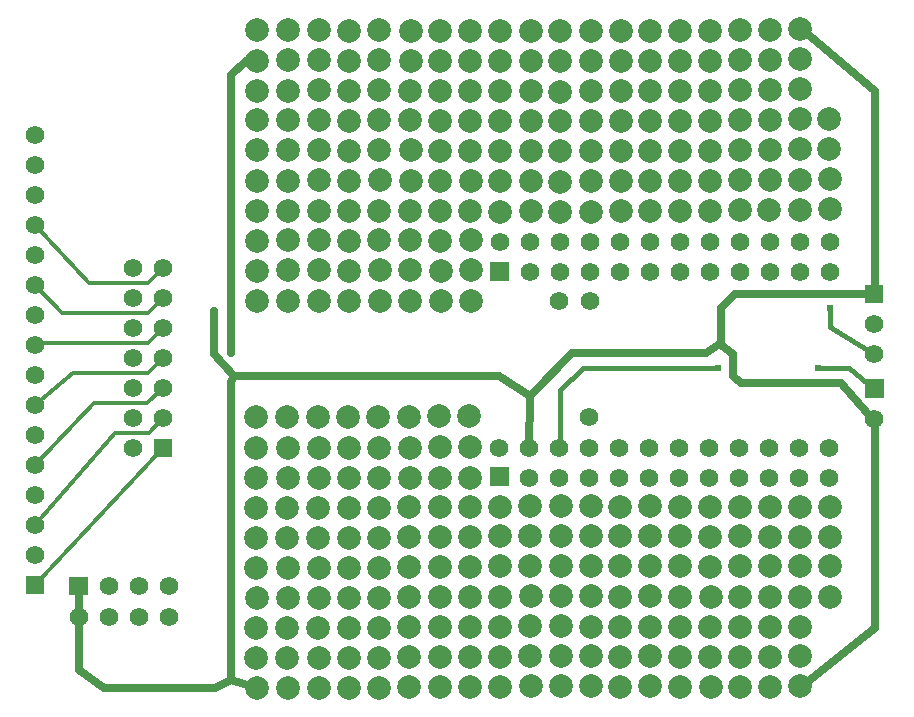
<source format=gbl>
G04 Layer: BottomLayer*
G04 EasyEDA v6.4.31, 2022-02-01 10:24:13*
G04 a2bdee3bbafc4a89820f5aeefba6b781,658f5e24285b455797eae137c281a567,10*
G04 Gerber Generator version 0.2*
G04 Scale: 100 percent, Rotated: No, Reflected: No *
G04 Dimensions in millimeters *
G04 leading zeros omitted , absolute positions ,4 integer and 5 decimal *
%FSLAX45Y45*%
%MOMM*%

%ADD11C,0.6350*%
%ADD12C,0.3048*%
%ADD13C,0.4064*%
%ADD14C,0.6198*%
%ADD15R,1.5748X1.5748*%
%ADD16C,1.5748*%
%ADD17C,2.0000*%

%LPD*%
D12*
X1274063Y-2749042D02*
G01*
X1142796Y-2878937D01*
X192023Y-2880105D01*
X184404Y-2894837D01*
X184404Y-4418837D02*
G01*
X861568Y-3642969D01*
X1149299Y-3642969D01*
X1274063Y-3511042D01*
X1273047Y-3765295D02*
G01*
X185420Y-4927345D01*
X184404Y-3402837D02*
G01*
X504952Y-3128518D01*
X1144422Y-3129279D01*
X1274063Y-3003042D01*
X1274063Y-2495042D02*
G01*
X1144422Y-2622092D01*
X694944Y-2622042D01*
X416305Y-2622550D01*
X184404Y-2386837D01*
X184404Y-3910837D02*
G01*
X682752Y-3386124D01*
X1138681Y-3385565D01*
X1146810Y-3377184D01*
X1274063Y-3257042D01*
X184404Y-1878837D02*
G01*
X640842Y-2366771D01*
X1146276Y-2366771D01*
X1278432Y-2234336D01*
D11*
X7009587Y-3215436D02*
G01*
X6160515Y-3215386D01*
X6094984Y-3152902D01*
X6093460Y-2967989D01*
X5991605Y-2890520D01*
X5991860Y-2880360D01*
X5869939Y-2961894D01*
X4736947Y-2961894D01*
X4383963Y-3314877D01*
X4379468Y-3322828D01*
X1846579Y-5704331D02*
G01*
X1846579Y-3210052D01*
X1875536Y-3160521D01*
X1874265Y-3153663D01*
X4119270Y-3153663D01*
X4377689Y-3322828D01*
X4372102Y-3763263D01*
X6112255Y-2464409D02*
G01*
X6047486Y-2527554D01*
X5991860Y-2583942D01*
X5991605Y-2890520D01*
X6700164Y-233832D02*
G01*
X7301636Y-741019D01*
X7301636Y-2395880D01*
X7295692Y-3537305D02*
G01*
X7295337Y-5289321D01*
X6673850Y-5790184D01*
X1845055Y-2961995D02*
G01*
X1843531Y-612647D01*
X1970786Y-486155D01*
X2067560Y-486410D01*
X557529Y-4933695D02*
G01*
X557529Y-5644895D01*
X770889Y-5800089D01*
X1532381Y-5800089D01*
X1711756Y-5800140D01*
X1848357Y-5726937D01*
X2062226Y-5797550D01*
D13*
X4627626Y-3761739D02*
G01*
X4632960Y-3649471D01*
X5970015Y-3087623D02*
G01*
X4822825Y-3088563D01*
X4628972Y-3279775D01*
X4632960Y-3649471D01*
X6819188Y-3088741D02*
G01*
X6886702Y-3088131D01*
X7079487Y-3088639D01*
X7292289Y-3265271D01*
X6914134Y-2582671D02*
G01*
X6913676Y-2744012D01*
X7294067Y-2973222D01*
X7294067Y-2974847D01*
D11*
X6112255Y-2464409D02*
G01*
X6209792Y-2462784D01*
X7255255Y-2459989D01*
X7295692Y-3545433D02*
G01*
X7011162Y-3220212D01*
X1703578Y-2602484D02*
G01*
X1703578Y-2972562D01*
X1875485Y-3160547D01*
G36*
X264109Y-5006035D02*
G01*
X264109Y-4848555D01*
X106629Y-4848555D01*
X106629Y-5006035D01*
G37*
D16*
G01*
X184404Y-4672837D03*
G01*
X184404Y-4418837D03*
G01*
X184404Y-4164837D03*
G01*
X184404Y-3910837D03*
G01*
X184404Y-3656837D03*
G01*
X184404Y-3402837D03*
G01*
X184404Y-3148837D03*
G01*
X184404Y-2894837D03*
G01*
X184404Y-2640837D03*
G01*
X184404Y-2386837D03*
G01*
X184404Y-2132837D03*
G01*
X184404Y-1878837D03*
G01*
X184404Y-1624837D03*
G01*
X184404Y-1370837D03*
G01*
X184404Y-1116837D03*
G36*
X478840Y-5012486D02*
G01*
X636320Y-5012486D01*
X636320Y-4855006D01*
X478840Y-4855006D01*
G37*
G01*
X810768Y-4934712D03*
G01*
X1064768Y-4934712D03*
G01*
X1318768Y-4934712D03*
G01*
X7289977Y-2974847D03*
G01*
X7289977Y-2720847D03*
D15*
G01*
X7289977Y-2461158D03*
G01*
X1273098Y-3765219D03*
D16*
G01*
X1020063Y-3765042D03*
G01*
X1274063Y-3511042D03*
G01*
X1020063Y-3511042D03*
G01*
X1274063Y-3257042D03*
G01*
X1020063Y-3257042D03*
G01*
X1274063Y-3003042D03*
G01*
X1020063Y-3003042D03*
G01*
X1274063Y-2749042D03*
G01*
X1020063Y-2749042D03*
G01*
X1274063Y-2495042D03*
G01*
X1020063Y-2495042D03*
G01*
X1274063Y-2241042D03*
G01*
X1020063Y-2241042D03*
G36*
X7213574Y-3186531D02*
G01*
X7213574Y-3344011D01*
X7371054Y-3344011D01*
X7371054Y-3186531D01*
G37*
G01*
X7292594Y-3520694D03*
G01*
X4884165Y-2517902D03*
G01*
X4621529Y-2518155D03*
D17*
G01*
X2589276Y-229107D03*
G01*
X2589276Y-484123D03*
G01*
X2587497Y-739139D03*
G01*
X2588005Y-990854D03*
G01*
X2589276Y-1244854D03*
G01*
X2590037Y-1501139D03*
G01*
X2588260Y-1756155D03*
G01*
X2588768Y-2007870D03*
G01*
X2590037Y-2261870D03*
G01*
X2846578Y-232155D03*
G01*
X2846578Y-487171D03*
G01*
X2844800Y-742187D03*
G01*
X2845307Y-993902D03*
G01*
X2846578Y-1247902D03*
G01*
X2847339Y-1504187D03*
G01*
X2845562Y-1759204D03*
G01*
X2846070Y-2010918D03*
G01*
X2847339Y-2264918D03*
G01*
X3102863Y-229615D03*
G01*
X3102863Y-484631D03*
G01*
X3101086Y-739647D03*
G01*
X3101594Y-991362D03*
G01*
X3102863Y-1245362D03*
G01*
X3103626Y-1501647D03*
G01*
X3101847Y-1756663D03*
G01*
X3102355Y-2008378D03*
G01*
X3103626Y-2262378D03*
G01*
X3366262Y-231902D03*
G01*
X3366262Y-486918D03*
G01*
X3364484Y-741934D03*
G01*
X3364992Y-993647D03*
G01*
X3366262Y-1247647D03*
G01*
X3367023Y-1503934D03*
G01*
X3365245Y-1758950D03*
G01*
X3615181Y-235457D03*
G01*
X3615181Y-490473D03*
G01*
X3613404Y-745489D03*
G01*
X3613912Y-997204D03*
G01*
X3615181Y-1251204D03*
G01*
X3615944Y-1507489D03*
G01*
X3614165Y-1762505D03*
G01*
X3874007Y-233679D03*
G01*
X3874007Y-488695D03*
G01*
X3872229Y-743712D03*
G01*
X3872737Y-995426D03*
G01*
X3874007Y-1249426D03*
G01*
X3874770Y-1505712D03*
G01*
X3872992Y-1760728D03*
G01*
X4126992Y-237236D03*
G01*
X4126992Y-492252D03*
G01*
X4125213Y-747268D03*
G01*
X4125721Y-998981D03*
G01*
X4126992Y-1252981D03*
G01*
X4127754Y-1509268D03*
G01*
X4125976Y-1764284D03*
G01*
X4385818Y-235457D03*
G01*
X4385818Y-490473D03*
G01*
X4384039Y-745489D03*
G01*
X4384547Y-997204D03*
G01*
X4385818Y-1251204D03*
G01*
X4386579Y-1507489D03*
G01*
X4384802Y-1762505D03*
G01*
X4634737Y-239013D03*
G01*
X4634737Y-494029D03*
G01*
X4632960Y-749045D03*
G01*
X4633468Y-1000760D03*
G01*
X4634737Y-1254760D03*
G01*
X4635500Y-1511045D03*
G01*
X4633721Y-1766062D03*
G01*
X4893563Y-237236D03*
G01*
X4893563Y-492252D03*
G01*
X4891786Y-747268D03*
G01*
X4892294Y-998981D03*
G01*
X4893563Y-1252981D03*
G01*
X4894326Y-1509268D03*
G01*
X4892547Y-1764284D03*
G01*
X5146294Y-235457D03*
G01*
X5146294Y-490473D03*
G01*
X5144515Y-745489D03*
G01*
X5145023Y-997204D03*
G01*
X5146294Y-1251204D03*
G01*
X5147055Y-1507489D03*
G01*
X5145278Y-1762505D03*
G01*
X5396484Y-232155D03*
G01*
X5396484Y-487171D03*
G01*
X5394705Y-742187D03*
G01*
X5395213Y-993902D03*
G01*
X5396484Y-1247902D03*
G01*
X5397245Y-1504187D03*
G01*
X5395468Y-1759204D03*
G01*
X5645404Y-235712D03*
G01*
X5645404Y-490728D03*
G01*
X5643626Y-745744D03*
G01*
X5644134Y-997457D03*
G01*
X5645404Y-1251457D03*
G01*
X5646165Y-1507744D03*
G01*
X5644387Y-1762760D03*
G01*
X5904229Y-233934D03*
G01*
X5904229Y-488950D03*
G01*
X5902452Y-743965D03*
G01*
X5902960Y-995679D03*
G01*
X5904229Y-1249679D03*
G01*
X5904992Y-1505965D03*
G01*
X5903213Y-1760981D03*
G01*
X6155689Y-225552D03*
G01*
X6155689Y-480568D03*
G01*
X6153912Y-735584D03*
G01*
X6154420Y-987297D03*
G01*
X6155689Y-1241297D03*
G01*
X6156452Y-1497584D03*
G01*
X6154673Y-1752600D03*
G01*
X6410960Y-227329D03*
G01*
X6410960Y-482345D03*
G01*
X6409181Y-737362D03*
G01*
X6409689Y-989076D03*
G01*
X6410960Y-1243076D03*
G01*
X6662420Y-218947D03*
G01*
X6662420Y-473963D03*
G01*
X6660642Y-728979D03*
G01*
X6661150Y-980694D03*
G01*
X6662420Y-1234694D03*
G01*
X6909562Y-982471D03*
G01*
X6910831Y-1236471D03*
G01*
X2588005Y-3766820D03*
G01*
X2588005Y-4021836D03*
G01*
X2586228Y-4276852D03*
G01*
X2586736Y-4528565D03*
G01*
X2588005Y-4782565D03*
G01*
X2588768Y-5038852D03*
G01*
X2586989Y-5293868D03*
G01*
X2587497Y-5545581D03*
G01*
X2588768Y-5799581D03*
G01*
X2844292Y-3764279D03*
G01*
X2844292Y-4019295D03*
G01*
X2842513Y-4274312D03*
G01*
X2843021Y-4526026D03*
G01*
X2844292Y-4780026D03*
G01*
X2845054Y-5036312D03*
G01*
X2843276Y-5291328D03*
G01*
X2843784Y-5543042D03*
G01*
X2845054Y-5797042D03*
G01*
X3097784Y-3764534D03*
G01*
X3097784Y-4019550D03*
G01*
X3096005Y-4274565D03*
G01*
X3096513Y-4526279D03*
G01*
X3097784Y-4780279D03*
G01*
X3098545Y-5036565D03*
G01*
X3096768Y-5291581D03*
G01*
X3097276Y-5543295D03*
G01*
X3098545Y-5797295D03*
G01*
X3353815Y-4266945D03*
G01*
X3354323Y-4518660D03*
G01*
X3355594Y-4772660D03*
G01*
X3356355Y-5028945D03*
G01*
X3354578Y-5283962D03*
G01*
X3355086Y-5535676D03*
G01*
X3356355Y-5789676D03*
G01*
X3616452Y-4266945D03*
G01*
X3616960Y-4518660D03*
G01*
X3618229Y-4772660D03*
G01*
X3618992Y-5028945D03*
G01*
X3617213Y-5283962D03*
G01*
X3617721Y-5535676D03*
G01*
X3618992Y-5789676D03*
G01*
X3867657Y-4267962D03*
G01*
X3868165Y-4519676D03*
G01*
X3869436Y-4773676D03*
G01*
X3870197Y-5029962D03*
G01*
X3868420Y-5284978D03*
G01*
X3868928Y-5536692D03*
G01*
X3870197Y-5790692D03*
G01*
X4125213Y-4263644D03*
G01*
X4125721Y-4515357D03*
G01*
X4126992Y-4769357D03*
G01*
X4127754Y-5025644D03*
G01*
X4125976Y-5280660D03*
G01*
X4126484Y-5532373D03*
G01*
X4127754Y-5786373D03*
G01*
X4380229Y-4260850D03*
G01*
X4380737Y-4512563D03*
G01*
X4382007Y-4766563D03*
G01*
X4382770Y-5022850D03*
G01*
X4380992Y-5277865D03*
G01*
X4381500Y-5529579D03*
G01*
X4382770Y-5783579D03*
G01*
X4637278Y-4260342D03*
G01*
X4637786Y-4512055D03*
G01*
X4639055Y-4766055D03*
G01*
X4639818Y-5022342D03*
G01*
X4638039Y-5277357D03*
G01*
X4638547Y-5529071D03*
G01*
X4639818Y-5783071D03*
G01*
X4894071Y-4261865D03*
G01*
X4894579Y-4513579D03*
G01*
X4895850Y-4767579D03*
G01*
X4896612Y-5023865D03*
G01*
X4894834Y-5278881D03*
G01*
X4895342Y-5530595D03*
G01*
X4896612Y-5784595D03*
G01*
X5141468Y-4263644D03*
G01*
X5141976Y-4515357D03*
G01*
X5143245Y-4769357D03*
G01*
X5144007Y-5025644D03*
G01*
X5142229Y-5280660D03*
G01*
X5142737Y-5532373D03*
G01*
X5144007Y-5786373D03*
G01*
X5394705Y-4261357D03*
G01*
X5395213Y-4513071D03*
G01*
X5396484Y-4767071D03*
G01*
X5397245Y-5023357D03*
G01*
X5395468Y-5278373D03*
G01*
X5395976Y-5530087D03*
G01*
X5397245Y-5784087D03*
G01*
X5646928Y-4263644D03*
G01*
X5647436Y-4515357D03*
G01*
X5648705Y-4769357D03*
G01*
X5649468Y-5025644D03*
G01*
X5647689Y-5280660D03*
G01*
X5648197Y-5532373D03*
G01*
X5649468Y-5786373D03*
G01*
X5903721Y-4265168D03*
G01*
X5904229Y-4516881D03*
G01*
X5905500Y-4770881D03*
G01*
X5906262Y-5027168D03*
G01*
X5904484Y-5282184D03*
G01*
X5904992Y-5533897D03*
G01*
X5906262Y-5787897D03*
G01*
X6155944Y-4264152D03*
G01*
X6156452Y-4515865D03*
G01*
X6157721Y-4769865D03*
G01*
X6158484Y-5026152D03*
G01*
X6156705Y-5281168D03*
G01*
X6157213Y-5532881D03*
G01*
X6158484Y-5786881D03*
G01*
X6409181Y-4769357D03*
G01*
X6409944Y-5025644D03*
G01*
X6408165Y-5280660D03*
G01*
X6408673Y-5532373D03*
G01*
X6409944Y-5786373D03*
G01*
X6661404Y-4768342D03*
G01*
X6662165Y-5024628D03*
G01*
X6660387Y-5279644D03*
G01*
X6660895Y-5531357D03*
G01*
X6662165Y-5785357D03*
G01*
X6914642Y-4768342D03*
G01*
X6915404Y-5024628D03*
D16*
G01*
X6913879Y-2021078D03*
G01*
X6913879Y-2275078D03*
G01*
X6659879Y-2021078D03*
G01*
X6659879Y-2275078D03*
G01*
X6405879Y-2021078D03*
G01*
X6405879Y-2275078D03*
G01*
X6151879Y-2021078D03*
G01*
X6151879Y-2275078D03*
G01*
X5897879Y-2021078D03*
G01*
X5897879Y-2275078D03*
G01*
X5643879Y-2021078D03*
G01*
X5643879Y-2275078D03*
G01*
X5389879Y-2021078D03*
G01*
X5389879Y-2275078D03*
G01*
X5135879Y-2021078D03*
G01*
X5135879Y-2275078D03*
G01*
X4881879Y-2021078D03*
G01*
X4881879Y-2275078D03*
G01*
X4627879Y-2021078D03*
G01*
X4627879Y-2275078D03*
G01*
X4373879Y-2021078D03*
G01*
X4373879Y-2275078D03*
G01*
X4119879Y-2021078D03*
G36*
X4038701Y-2195677D02*
G01*
X4196181Y-2195677D01*
X4196181Y-2353157D01*
X4038701Y-2353157D01*
G37*
G01*
X6912102Y-3763263D03*
G01*
X6912102Y-4017263D03*
G01*
X6658102Y-3763263D03*
G01*
X6658102Y-4017263D03*
G01*
X6404102Y-3763263D03*
G01*
X6404102Y-4017263D03*
G01*
X6150102Y-3763263D03*
G01*
X6150102Y-4017263D03*
G01*
X5896102Y-3763263D03*
G01*
X5896102Y-4017263D03*
G01*
X5642102Y-3763263D03*
G01*
X5642102Y-4017263D03*
G01*
X5388102Y-3763263D03*
G01*
X5388102Y-4017263D03*
G01*
X5134102Y-3763263D03*
G01*
X5134102Y-4017263D03*
G01*
X4880102Y-3763263D03*
G01*
X4880102Y-4017263D03*
G01*
X4626102Y-3763263D03*
G01*
X4626102Y-4017263D03*
G01*
X4372102Y-3763263D03*
G01*
X4372102Y-4017263D03*
G01*
X4118102Y-3763263D03*
G36*
X4040631Y-3929989D02*
G01*
X4198112Y-3929989D01*
X4198112Y-4087469D01*
X4040631Y-4087469D01*
G37*
G01*
X1064768Y-5200142D03*
G01*
X1318260Y-5200142D03*
G01*
X813054Y-5200142D03*
G01*
X559815Y-5200142D03*
D17*
G01*
X6408165Y-4265676D03*
G01*
X6408673Y-4517389D03*
G01*
X6663436Y-4267200D03*
G01*
X6663944Y-4518913D03*
G01*
X6915658Y-4266184D03*
G01*
X6916165Y-4517897D03*
G01*
X6406134Y-1498600D03*
G01*
X6404355Y-1753615D03*
G01*
X6664960Y-1496821D03*
G01*
X6663181Y-1751837D03*
G01*
X6916420Y-1488439D03*
G01*
X6914642Y-1743455D03*
G01*
X3362705Y-2008123D03*
G01*
X3363976Y-2262123D03*
G01*
X3620007Y-2011171D03*
G01*
X3621278Y-2265171D03*
G01*
X3876294Y-2008631D03*
G01*
X3877563Y-2262631D03*
G01*
X3358134Y-3764279D03*
G01*
X3358134Y-4019295D03*
G01*
X3614420Y-3761739D03*
G01*
X3614420Y-4016755D03*
G01*
X3867912Y-3761994D03*
G01*
X3867912Y-4017010D03*
G01*
X2328671Y-230378D03*
G01*
X2328671Y-485394D03*
G01*
X2326894Y-740410D03*
G01*
X2327402Y-992123D03*
G01*
X2328671Y-1246123D03*
G01*
X2329434Y-1502410D03*
G01*
X2327655Y-1757426D03*
G01*
X2328163Y-2009139D03*
G01*
X2329434Y-2263139D03*
G01*
X2324862Y-3766565D03*
G01*
X2324862Y-4021581D03*
G01*
X2323084Y-4276597D03*
G01*
X2323592Y-4528312D03*
G01*
X2324862Y-4782312D03*
G01*
X2325623Y-5038597D03*
G01*
X2323845Y-5293613D03*
G01*
X2324354Y-5545328D03*
G01*
X2325623Y-5799328D03*
G01*
X2067560Y-231394D03*
G01*
X2067560Y-486410D03*
G01*
X2065781Y-741426D03*
G01*
X2066289Y-993139D03*
G01*
X2067560Y-1247139D03*
G01*
X2068321Y-1503426D03*
G01*
X2066544Y-1758442D03*
G01*
X2067052Y-2010155D03*
G01*
X2068321Y-2264155D03*
G01*
X2061463Y-3764787D03*
G01*
X2061463Y-4019804D03*
G01*
X2059686Y-4274820D03*
G01*
X2060194Y-4526534D03*
G01*
X2061463Y-4780534D03*
G01*
X2062226Y-5036820D03*
G01*
X2060447Y-5291836D03*
G01*
X2060955Y-5543550D03*
G01*
X2062226Y-5797550D03*
G01*
X2590292Y-2522220D03*
G01*
X2847594Y-2525268D03*
G01*
X3103879Y-2522728D03*
G01*
X3364229Y-2522473D03*
G01*
X3621531Y-2525521D03*
G01*
X3877818Y-2522981D03*
G01*
X2329687Y-2523489D03*
G01*
X2068576Y-2524505D03*
G01*
X2583179Y-3503929D03*
G01*
X2839465Y-3501389D03*
G01*
X3092957Y-3501644D03*
G01*
X3353307Y-3501389D03*
G01*
X3609594Y-3498850D03*
G01*
X3863086Y-3499104D03*
G01*
X2320036Y-3503676D03*
G01*
X2056637Y-3501897D03*
D16*
G01*
X4880102Y-3503168D03*
D14*
G01*
X1845055Y-2961894D03*
G01*
X6914387Y-2582926D03*
G01*
X6819137Y-3088639D03*
G01*
X5970015Y-3087623D03*
G01*
X1704086Y-2602484D03*
M02*

</source>
